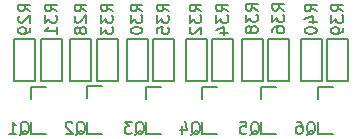
<source format=gbo>
G04 #@! TF.FileFunction,Legend,Bot*
%FSLAX46Y46*%
G04 Gerber Fmt 4.6, Leading zero omitted, Abs format (unit mm)*
G04 Created by KiCad (PCBNEW 4.0.7) date 03/21/18 23:37:41*
%MOMM*%
%LPD*%
G01*
G04 APERTURE LIST*
%ADD10C,0.101600*%
%ADD11C,0.203200*%
%ADD12C,0.150000*%
G04 APERTURE END LIST*
D10*
D11*
X141750000Y-73000000D02*
X141750000Y-72000000D01*
X141750000Y-72000000D02*
X143000000Y-72000000D01*
X141750000Y-75000000D02*
X141750000Y-76000000D01*
X141750000Y-76000000D02*
X143000000Y-76000000D01*
X146550000Y-72950000D02*
X146550000Y-71950000D01*
X146550000Y-71950000D02*
X147800000Y-71950000D01*
X146550000Y-74950000D02*
X146550000Y-75950000D01*
X146550000Y-75950000D02*
X147800000Y-75950000D01*
X151500000Y-73000000D02*
X151500000Y-72000000D01*
X151500000Y-72000000D02*
X152750000Y-72000000D01*
X151500000Y-75000000D02*
X151500000Y-76000000D01*
X151500000Y-76000000D02*
X152750000Y-76000000D01*
X156250000Y-73000000D02*
X156250000Y-72000000D01*
X156250000Y-72000000D02*
X157500000Y-72000000D01*
X156250000Y-75000000D02*
X156250000Y-76000000D01*
X156250000Y-76000000D02*
X157500000Y-76000000D01*
X161250000Y-73000000D02*
X161250000Y-72000000D01*
X161250000Y-72000000D02*
X162500000Y-72000000D01*
X161250000Y-75000000D02*
X161250000Y-76000000D01*
X161250000Y-76000000D02*
X162500000Y-76000000D01*
X166050000Y-73000000D02*
X166050000Y-72000000D01*
X166050000Y-72000000D02*
X167300000Y-72000000D01*
X166050000Y-75000000D02*
X166050000Y-76000000D01*
X166050000Y-76000000D02*
X167300000Y-76000000D01*
X144389000Y-71528000D02*
X144389000Y-67972000D01*
X144389000Y-67972000D02*
X142611000Y-67972000D01*
X142611000Y-67972000D02*
X142611000Y-71528000D01*
X142611000Y-71528000D02*
X144389000Y-71528000D01*
X140361000Y-67972000D02*
X140361000Y-71528000D01*
X140361000Y-71528000D02*
X142139000Y-71528000D01*
X142139000Y-71528000D02*
X142139000Y-67972000D01*
X142139000Y-67972000D02*
X140361000Y-67972000D01*
X149139000Y-71528000D02*
X149139000Y-67972000D01*
X149139000Y-67972000D02*
X147361000Y-67972000D01*
X147361000Y-67972000D02*
X147361000Y-71528000D01*
X147361000Y-71528000D02*
X149139000Y-71528000D01*
X145111000Y-67972000D02*
X145111000Y-71528000D01*
X145111000Y-71528000D02*
X146889000Y-71528000D01*
X146889000Y-71528000D02*
X146889000Y-67972000D01*
X146889000Y-67972000D02*
X145111000Y-67972000D01*
X153889000Y-71528000D02*
X153889000Y-67972000D01*
X153889000Y-67972000D02*
X152111000Y-67972000D01*
X152111000Y-67972000D02*
X152111000Y-71528000D01*
X152111000Y-71528000D02*
X153889000Y-71528000D01*
X149861000Y-67972000D02*
X149861000Y-71528000D01*
X149861000Y-71528000D02*
X151639000Y-71528000D01*
X151639000Y-71528000D02*
X151639000Y-67972000D01*
X151639000Y-67972000D02*
X149861000Y-67972000D01*
X158889000Y-71528000D02*
X158889000Y-67972000D01*
X158889000Y-67972000D02*
X157111000Y-67972000D01*
X157111000Y-67972000D02*
X157111000Y-71528000D01*
X157111000Y-71528000D02*
X158889000Y-71528000D01*
X154861000Y-67972000D02*
X154861000Y-71528000D01*
X154861000Y-71528000D02*
X156639000Y-71528000D01*
X156639000Y-71528000D02*
X156639000Y-67972000D01*
X156639000Y-67972000D02*
X154861000Y-67972000D01*
X163639000Y-71528000D02*
X163639000Y-67972000D01*
X163639000Y-67972000D02*
X161861000Y-67972000D01*
X161861000Y-67972000D02*
X161861000Y-71528000D01*
X161861000Y-71528000D02*
X163639000Y-71528000D01*
X159611000Y-67972000D02*
X159611000Y-71528000D01*
X159611000Y-71528000D02*
X161389000Y-71528000D01*
X161389000Y-71528000D02*
X161389000Y-67972000D01*
X161389000Y-67972000D02*
X159611000Y-67972000D01*
X168639000Y-71528000D02*
X168639000Y-67972000D01*
X168639000Y-67972000D02*
X166861000Y-67972000D01*
X166861000Y-67972000D02*
X166861000Y-71528000D01*
X166861000Y-71528000D02*
X168639000Y-71528000D01*
X164611000Y-67972000D02*
X164611000Y-71528000D01*
X164611000Y-71528000D02*
X166389000Y-71528000D01*
X166389000Y-71528000D02*
X166389000Y-67972000D01*
X166389000Y-67972000D02*
X164611000Y-67972000D01*
D12*
X140845238Y-76047619D02*
X140940476Y-76000000D01*
X141035714Y-75904762D01*
X141178571Y-75761905D01*
X141273810Y-75714286D01*
X141369048Y-75714286D01*
X141321429Y-75952381D02*
X141416667Y-75904762D01*
X141511905Y-75809524D01*
X141559524Y-75619048D01*
X141559524Y-75285714D01*
X141511905Y-75095238D01*
X141416667Y-75000000D01*
X141321429Y-74952381D01*
X141130952Y-74952381D01*
X141035714Y-75000000D01*
X140940476Y-75095238D01*
X140892857Y-75285714D01*
X140892857Y-75619048D01*
X140940476Y-75809524D01*
X141035714Y-75904762D01*
X141130952Y-75952381D01*
X141321429Y-75952381D01*
X139940476Y-75952381D02*
X140511905Y-75952381D01*
X140226191Y-75952381D02*
X140226191Y-74952381D01*
X140321429Y-75095238D01*
X140416667Y-75190476D01*
X140511905Y-75238095D01*
X145595238Y-76047619D02*
X145690476Y-76000000D01*
X145785714Y-75904762D01*
X145928571Y-75761905D01*
X146023810Y-75714286D01*
X146119048Y-75714286D01*
X146071429Y-75952381D02*
X146166667Y-75904762D01*
X146261905Y-75809524D01*
X146309524Y-75619048D01*
X146309524Y-75285714D01*
X146261905Y-75095238D01*
X146166667Y-75000000D01*
X146071429Y-74952381D01*
X145880952Y-74952381D01*
X145785714Y-75000000D01*
X145690476Y-75095238D01*
X145642857Y-75285714D01*
X145642857Y-75619048D01*
X145690476Y-75809524D01*
X145785714Y-75904762D01*
X145880952Y-75952381D01*
X146071429Y-75952381D01*
X145261905Y-75047619D02*
X145214286Y-75000000D01*
X145119048Y-74952381D01*
X144880952Y-74952381D01*
X144785714Y-75000000D01*
X144738095Y-75047619D01*
X144690476Y-75142857D01*
X144690476Y-75238095D01*
X144738095Y-75380952D01*
X145309524Y-75952381D01*
X144690476Y-75952381D01*
X150595238Y-76047619D02*
X150690476Y-76000000D01*
X150785714Y-75904762D01*
X150928571Y-75761905D01*
X151023810Y-75714286D01*
X151119048Y-75714286D01*
X151071429Y-75952381D02*
X151166667Y-75904762D01*
X151261905Y-75809524D01*
X151309524Y-75619048D01*
X151309524Y-75285714D01*
X151261905Y-75095238D01*
X151166667Y-75000000D01*
X151071429Y-74952381D01*
X150880952Y-74952381D01*
X150785714Y-75000000D01*
X150690476Y-75095238D01*
X150642857Y-75285714D01*
X150642857Y-75619048D01*
X150690476Y-75809524D01*
X150785714Y-75904762D01*
X150880952Y-75952381D01*
X151071429Y-75952381D01*
X150309524Y-74952381D02*
X149690476Y-74952381D01*
X150023810Y-75333333D01*
X149880952Y-75333333D01*
X149785714Y-75380952D01*
X149738095Y-75428571D01*
X149690476Y-75523810D01*
X149690476Y-75761905D01*
X149738095Y-75857143D01*
X149785714Y-75904762D01*
X149880952Y-75952381D01*
X150166667Y-75952381D01*
X150261905Y-75904762D01*
X150309524Y-75857143D01*
X155345238Y-76047619D02*
X155440476Y-76000000D01*
X155535714Y-75904762D01*
X155678571Y-75761905D01*
X155773810Y-75714286D01*
X155869048Y-75714286D01*
X155821429Y-75952381D02*
X155916667Y-75904762D01*
X156011905Y-75809524D01*
X156059524Y-75619048D01*
X156059524Y-75285714D01*
X156011905Y-75095238D01*
X155916667Y-75000000D01*
X155821429Y-74952381D01*
X155630952Y-74952381D01*
X155535714Y-75000000D01*
X155440476Y-75095238D01*
X155392857Y-75285714D01*
X155392857Y-75619048D01*
X155440476Y-75809524D01*
X155535714Y-75904762D01*
X155630952Y-75952381D01*
X155821429Y-75952381D01*
X154535714Y-75285714D02*
X154535714Y-75952381D01*
X154773810Y-74904762D02*
X155011905Y-75619048D01*
X154392857Y-75619048D01*
X160345238Y-76047619D02*
X160440476Y-76000000D01*
X160535714Y-75904762D01*
X160678571Y-75761905D01*
X160773810Y-75714286D01*
X160869048Y-75714286D01*
X160821429Y-75952381D02*
X160916667Y-75904762D01*
X161011905Y-75809524D01*
X161059524Y-75619048D01*
X161059524Y-75285714D01*
X161011905Y-75095238D01*
X160916667Y-75000000D01*
X160821429Y-74952381D01*
X160630952Y-74952381D01*
X160535714Y-75000000D01*
X160440476Y-75095238D01*
X160392857Y-75285714D01*
X160392857Y-75619048D01*
X160440476Y-75809524D01*
X160535714Y-75904762D01*
X160630952Y-75952381D01*
X160821429Y-75952381D01*
X159488095Y-74952381D02*
X159964286Y-74952381D01*
X160011905Y-75428571D01*
X159964286Y-75380952D01*
X159869048Y-75333333D01*
X159630952Y-75333333D01*
X159535714Y-75380952D01*
X159488095Y-75428571D01*
X159440476Y-75523810D01*
X159440476Y-75761905D01*
X159488095Y-75857143D01*
X159535714Y-75904762D01*
X159630952Y-75952381D01*
X159869048Y-75952381D01*
X159964286Y-75904762D01*
X160011905Y-75857143D01*
X165095238Y-76047619D02*
X165190476Y-76000000D01*
X165285714Y-75904762D01*
X165428571Y-75761905D01*
X165523810Y-75714286D01*
X165619048Y-75714286D01*
X165571429Y-75952381D02*
X165666667Y-75904762D01*
X165761905Y-75809524D01*
X165809524Y-75619048D01*
X165809524Y-75285714D01*
X165761905Y-75095238D01*
X165666667Y-75000000D01*
X165571429Y-74952381D01*
X165380952Y-74952381D01*
X165285714Y-75000000D01*
X165190476Y-75095238D01*
X165142857Y-75285714D01*
X165142857Y-75619048D01*
X165190476Y-75809524D01*
X165285714Y-75904762D01*
X165380952Y-75952381D01*
X165571429Y-75952381D01*
X164285714Y-74952381D02*
X164476191Y-74952381D01*
X164571429Y-75000000D01*
X164619048Y-75047619D01*
X164714286Y-75190476D01*
X164761905Y-75380952D01*
X164761905Y-75761905D01*
X164714286Y-75857143D01*
X164666667Y-75904762D01*
X164571429Y-75952381D01*
X164380952Y-75952381D01*
X164285714Y-75904762D01*
X164238095Y-75857143D01*
X164190476Y-75761905D01*
X164190476Y-75523810D01*
X164238095Y-75428571D01*
X164285714Y-75380952D01*
X164380952Y-75333333D01*
X164571429Y-75333333D01*
X164666667Y-75380952D01*
X164714286Y-75428571D01*
X164761905Y-75523810D01*
X146452381Y-65607143D02*
X145976190Y-65273809D01*
X146452381Y-65035714D02*
X145452381Y-65035714D01*
X145452381Y-65416667D01*
X145500000Y-65511905D01*
X145547619Y-65559524D01*
X145642857Y-65607143D01*
X145785714Y-65607143D01*
X145880952Y-65559524D01*
X145928571Y-65511905D01*
X145976190Y-65416667D01*
X145976190Y-65035714D01*
X145547619Y-65988095D02*
X145500000Y-66035714D01*
X145452381Y-66130952D01*
X145452381Y-66369048D01*
X145500000Y-66464286D01*
X145547619Y-66511905D01*
X145642857Y-66559524D01*
X145738095Y-66559524D01*
X145880952Y-66511905D01*
X146452381Y-65940476D01*
X146452381Y-66559524D01*
X145880952Y-67130952D02*
X145833333Y-67035714D01*
X145785714Y-66988095D01*
X145690476Y-66940476D01*
X145642857Y-66940476D01*
X145547619Y-66988095D01*
X145500000Y-67035714D01*
X145452381Y-67130952D01*
X145452381Y-67321429D01*
X145500000Y-67416667D01*
X145547619Y-67464286D01*
X145642857Y-67511905D01*
X145690476Y-67511905D01*
X145785714Y-67464286D01*
X145833333Y-67416667D01*
X145880952Y-67321429D01*
X145880952Y-67130952D01*
X145928571Y-67035714D01*
X145976190Y-66988095D01*
X146071429Y-66940476D01*
X146261905Y-66940476D01*
X146357143Y-66988095D01*
X146404762Y-67035714D01*
X146452381Y-67130952D01*
X146452381Y-67321429D01*
X146404762Y-67416667D01*
X146357143Y-67464286D01*
X146261905Y-67511905D01*
X146071429Y-67511905D01*
X145976190Y-67464286D01*
X145928571Y-67416667D01*
X145880952Y-67321429D01*
X141702381Y-65607143D02*
X141226190Y-65273809D01*
X141702381Y-65035714D02*
X140702381Y-65035714D01*
X140702381Y-65416667D01*
X140750000Y-65511905D01*
X140797619Y-65559524D01*
X140892857Y-65607143D01*
X141035714Y-65607143D01*
X141130952Y-65559524D01*
X141178571Y-65511905D01*
X141226190Y-65416667D01*
X141226190Y-65035714D01*
X140797619Y-65988095D02*
X140750000Y-66035714D01*
X140702381Y-66130952D01*
X140702381Y-66369048D01*
X140750000Y-66464286D01*
X140797619Y-66511905D01*
X140892857Y-66559524D01*
X140988095Y-66559524D01*
X141130952Y-66511905D01*
X141702381Y-65940476D01*
X141702381Y-66559524D01*
X141702381Y-67035714D02*
X141702381Y-67226190D01*
X141654762Y-67321429D01*
X141607143Y-67369048D01*
X141464286Y-67464286D01*
X141273810Y-67511905D01*
X140892857Y-67511905D01*
X140797619Y-67464286D01*
X140750000Y-67416667D01*
X140702381Y-67321429D01*
X140702381Y-67130952D01*
X140750000Y-67035714D01*
X140797619Y-66988095D01*
X140892857Y-66940476D01*
X141130952Y-66940476D01*
X141226190Y-66988095D01*
X141273810Y-67035714D01*
X141321429Y-67130952D01*
X141321429Y-67321429D01*
X141273810Y-67416667D01*
X141226190Y-67464286D01*
X141130952Y-67511905D01*
X151202381Y-65607143D02*
X150726190Y-65273809D01*
X151202381Y-65035714D02*
X150202381Y-65035714D01*
X150202381Y-65416667D01*
X150250000Y-65511905D01*
X150297619Y-65559524D01*
X150392857Y-65607143D01*
X150535714Y-65607143D01*
X150630952Y-65559524D01*
X150678571Y-65511905D01*
X150726190Y-65416667D01*
X150726190Y-65035714D01*
X150202381Y-65940476D02*
X150202381Y-66559524D01*
X150583333Y-66226190D01*
X150583333Y-66369048D01*
X150630952Y-66464286D01*
X150678571Y-66511905D01*
X150773810Y-66559524D01*
X151011905Y-66559524D01*
X151107143Y-66511905D01*
X151154762Y-66464286D01*
X151202381Y-66369048D01*
X151202381Y-66083333D01*
X151154762Y-65988095D01*
X151107143Y-65940476D01*
X150202381Y-67178571D02*
X150202381Y-67273810D01*
X150250000Y-67369048D01*
X150297619Y-67416667D01*
X150392857Y-67464286D01*
X150583333Y-67511905D01*
X150821429Y-67511905D01*
X151011905Y-67464286D01*
X151107143Y-67416667D01*
X151154762Y-67369048D01*
X151202381Y-67273810D01*
X151202381Y-67178571D01*
X151154762Y-67083333D01*
X151107143Y-67035714D01*
X151011905Y-66988095D01*
X150821429Y-66940476D01*
X150583333Y-66940476D01*
X150392857Y-66988095D01*
X150297619Y-67035714D01*
X150250000Y-67083333D01*
X150202381Y-67178571D01*
X143952381Y-65607143D02*
X143476190Y-65273809D01*
X143952381Y-65035714D02*
X142952381Y-65035714D01*
X142952381Y-65416667D01*
X143000000Y-65511905D01*
X143047619Y-65559524D01*
X143142857Y-65607143D01*
X143285714Y-65607143D01*
X143380952Y-65559524D01*
X143428571Y-65511905D01*
X143476190Y-65416667D01*
X143476190Y-65035714D01*
X142952381Y-65940476D02*
X142952381Y-66559524D01*
X143333333Y-66226190D01*
X143333333Y-66369048D01*
X143380952Y-66464286D01*
X143428571Y-66511905D01*
X143523810Y-66559524D01*
X143761905Y-66559524D01*
X143857143Y-66511905D01*
X143904762Y-66464286D01*
X143952381Y-66369048D01*
X143952381Y-66083333D01*
X143904762Y-65988095D01*
X143857143Y-65940476D01*
X143952381Y-67511905D02*
X143952381Y-66940476D01*
X143952381Y-67226190D02*
X142952381Y-67226190D01*
X143095238Y-67130952D01*
X143190476Y-67035714D01*
X143238095Y-66940476D01*
X156202381Y-65607143D02*
X155726190Y-65273809D01*
X156202381Y-65035714D02*
X155202381Y-65035714D01*
X155202381Y-65416667D01*
X155250000Y-65511905D01*
X155297619Y-65559524D01*
X155392857Y-65607143D01*
X155535714Y-65607143D01*
X155630952Y-65559524D01*
X155678571Y-65511905D01*
X155726190Y-65416667D01*
X155726190Y-65035714D01*
X155202381Y-65940476D02*
X155202381Y-66559524D01*
X155583333Y-66226190D01*
X155583333Y-66369048D01*
X155630952Y-66464286D01*
X155678571Y-66511905D01*
X155773810Y-66559524D01*
X156011905Y-66559524D01*
X156107143Y-66511905D01*
X156154762Y-66464286D01*
X156202381Y-66369048D01*
X156202381Y-66083333D01*
X156154762Y-65988095D01*
X156107143Y-65940476D01*
X155297619Y-66940476D02*
X155250000Y-66988095D01*
X155202381Y-67083333D01*
X155202381Y-67321429D01*
X155250000Y-67416667D01*
X155297619Y-67464286D01*
X155392857Y-67511905D01*
X155488095Y-67511905D01*
X155630952Y-67464286D01*
X156202381Y-66892857D01*
X156202381Y-67511905D01*
X148702381Y-65607143D02*
X148226190Y-65273809D01*
X148702381Y-65035714D02*
X147702381Y-65035714D01*
X147702381Y-65416667D01*
X147750000Y-65511905D01*
X147797619Y-65559524D01*
X147892857Y-65607143D01*
X148035714Y-65607143D01*
X148130952Y-65559524D01*
X148178571Y-65511905D01*
X148226190Y-65416667D01*
X148226190Y-65035714D01*
X147702381Y-65940476D02*
X147702381Y-66559524D01*
X148083333Y-66226190D01*
X148083333Y-66369048D01*
X148130952Y-66464286D01*
X148178571Y-66511905D01*
X148273810Y-66559524D01*
X148511905Y-66559524D01*
X148607143Y-66511905D01*
X148654762Y-66464286D01*
X148702381Y-66369048D01*
X148702381Y-66083333D01*
X148654762Y-65988095D01*
X148607143Y-65940476D01*
X147702381Y-66892857D02*
X147702381Y-67511905D01*
X148083333Y-67178571D01*
X148083333Y-67321429D01*
X148130952Y-67416667D01*
X148178571Y-67464286D01*
X148273810Y-67511905D01*
X148511905Y-67511905D01*
X148607143Y-67464286D01*
X148654762Y-67416667D01*
X148702381Y-67321429D01*
X148702381Y-67035714D01*
X148654762Y-66940476D01*
X148607143Y-66892857D01*
X158452381Y-65607143D02*
X157976190Y-65273809D01*
X158452381Y-65035714D02*
X157452381Y-65035714D01*
X157452381Y-65416667D01*
X157500000Y-65511905D01*
X157547619Y-65559524D01*
X157642857Y-65607143D01*
X157785714Y-65607143D01*
X157880952Y-65559524D01*
X157928571Y-65511905D01*
X157976190Y-65416667D01*
X157976190Y-65035714D01*
X157452381Y-65940476D02*
X157452381Y-66559524D01*
X157833333Y-66226190D01*
X157833333Y-66369048D01*
X157880952Y-66464286D01*
X157928571Y-66511905D01*
X158023810Y-66559524D01*
X158261905Y-66559524D01*
X158357143Y-66511905D01*
X158404762Y-66464286D01*
X158452381Y-66369048D01*
X158452381Y-66083333D01*
X158404762Y-65988095D01*
X158357143Y-65940476D01*
X157785714Y-67416667D02*
X158452381Y-67416667D01*
X157404762Y-67178571D02*
X158119048Y-66940476D01*
X158119048Y-67559524D01*
X153452381Y-65607143D02*
X152976190Y-65273809D01*
X153452381Y-65035714D02*
X152452381Y-65035714D01*
X152452381Y-65416667D01*
X152500000Y-65511905D01*
X152547619Y-65559524D01*
X152642857Y-65607143D01*
X152785714Y-65607143D01*
X152880952Y-65559524D01*
X152928571Y-65511905D01*
X152976190Y-65416667D01*
X152976190Y-65035714D01*
X152452381Y-65940476D02*
X152452381Y-66559524D01*
X152833333Y-66226190D01*
X152833333Y-66369048D01*
X152880952Y-66464286D01*
X152928571Y-66511905D01*
X153023810Y-66559524D01*
X153261905Y-66559524D01*
X153357143Y-66511905D01*
X153404762Y-66464286D01*
X153452381Y-66369048D01*
X153452381Y-66083333D01*
X153404762Y-65988095D01*
X153357143Y-65940476D01*
X152452381Y-67464286D02*
X152452381Y-66988095D01*
X152928571Y-66940476D01*
X152880952Y-66988095D01*
X152833333Y-67083333D01*
X152833333Y-67321429D01*
X152880952Y-67416667D01*
X152928571Y-67464286D01*
X153023810Y-67511905D01*
X153261905Y-67511905D01*
X153357143Y-67464286D01*
X153404762Y-67416667D01*
X153452381Y-67321429D01*
X153452381Y-67083333D01*
X153404762Y-66988095D01*
X153357143Y-66940476D01*
X163202381Y-65532143D02*
X162726190Y-65198809D01*
X163202381Y-64960714D02*
X162202381Y-64960714D01*
X162202381Y-65341667D01*
X162250000Y-65436905D01*
X162297619Y-65484524D01*
X162392857Y-65532143D01*
X162535714Y-65532143D01*
X162630952Y-65484524D01*
X162678571Y-65436905D01*
X162726190Y-65341667D01*
X162726190Y-64960714D01*
X162202381Y-65865476D02*
X162202381Y-66484524D01*
X162583333Y-66151190D01*
X162583333Y-66294048D01*
X162630952Y-66389286D01*
X162678571Y-66436905D01*
X162773810Y-66484524D01*
X163011905Y-66484524D01*
X163107143Y-66436905D01*
X163154762Y-66389286D01*
X163202381Y-66294048D01*
X163202381Y-66008333D01*
X163154762Y-65913095D01*
X163107143Y-65865476D01*
X162202381Y-67341667D02*
X162202381Y-67151190D01*
X162250000Y-67055952D01*
X162297619Y-67008333D01*
X162440476Y-66913095D01*
X162630952Y-66865476D01*
X163011905Y-66865476D01*
X163107143Y-66913095D01*
X163154762Y-66960714D01*
X163202381Y-67055952D01*
X163202381Y-67246429D01*
X163154762Y-67341667D01*
X163107143Y-67389286D01*
X163011905Y-67436905D01*
X162773810Y-67436905D01*
X162678571Y-67389286D01*
X162630952Y-67341667D01*
X162583333Y-67246429D01*
X162583333Y-67055952D01*
X162630952Y-66960714D01*
X162678571Y-66913095D01*
X162773810Y-66865476D01*
X160952381Y-65532143D02*
X160476190Y-65198809D01*
X160952381Y-64960714D02*
X159952381Y-64960714D01*
X159952381Y-65341667D01*
X160000000Y-65436905D01*
X160047619Y-65484524D01*
X160142857Y-65532143D01*
X160285714Y-65532143D01*
X160380952Y-65484524D01*
X160428571Y-65436905D01*
X160476190Y-65341667D01*
X160476190Y-64960714D01*
X159952381Y-65865476D02*
X159952381Y-66484524D01*
X160333333Y-66151190D01*
X160333333Y-66294048D01*
X160380952Y-66389286D01*
X160428571Y-66436905D01*
X160523810Y-66484524D01*
X160761905Y-66484524D01*
X160857143Y-66436905D01*
X160904762Y-66389286D01*
X160952381Y-66294048D01*
X160952381Y-66008333D01*
X160904762Y-65913095D01*
X160857143Y-65865476D01*
X160380952Y-67055952D02*
X160333333Y-66960714D01*
X160285714Y-66913095D01*
X160190476Y-66865476D01*
X160142857Y-66865476D01*
X160047619Y-66913095D01*
X160000000Y-66960714D01*
X159952381Y-67055952D01*
X159952381Y-67246429D01*
X160000000Y-67341667D01*
X160047619Y-67389286D01*
X160142857Y-67436905D01*
X160190476Y-67436905D01*
X160285714Y-67389286D01*
X160333333Y-67341667D01*
X160380952Y-67246429D01*
X160380952Y-67055952D01*
X160428571Y-66960714D01*
X160476190Y-66913095D01*
X160571429Y-66865476D01*
X160761905Y-66865476D01*
X160857143Y-66913095D01*
X160904762Y-66960714D01*
X160952381Y-67055952D01*
X160952381Y-67246429D01*
X160904762Y-67341667D01*
X160857143Y-67389286D01*
X160761905Y-67436905D01*
X160571429Y-67436905D01*
X160476190Y-67389286D01*
X160428571Y-67341667D01*
X160380952Y-67246429D01*
X168202381Y-65607143D02*
X167726190Y-65273809D01*
X168202381Y-65035714D02*
X167202381Y-65035714D01*
X167202381Y-65416667D01*
X167250000Y-65511905D01*
X167297619Y-65559524D01*
X167392857Y-65607143D01*
X167535714Y-65607143D01*
X167630952Y-65559524D01*
X167678571Y-65511905D01*
X167726190Y-65416667D01*
X167726190Y-65035714D01*
X167202381Y-65940476D02*
X167202381Y-66559524D01*
X167583333Y-66226190D01*
X167583333Y-66369048D01*
X167630952Y-66464286D01*
X167678571Y-66511905D01*
X167773810Y-66559524D01*
X168011905Y-66559524D01*
X168107143Y-66511905D01*
X168154762Y-66464286D01*
X168202381Y-66369048D01*
X168202381Y-66083333D01*
X168154762Y-65988095D01*
X168107143Y-65940476D01*
X168202381Y-67035714D02*
X168202381Y-67226190D01*
X168154762Y-67321429D01*
X168107143Y-67369048D01*
X167964286Y-67464286D01*
X167773810Y-67511905D01*
X167392857Y-67511905D01*
X167297619Y-67464286D01*
X167250000Y-67416667D01*
X167202381Y-67321429D01*
X167202381Y-67130952D01*
X167250000Y-67035714D01*
X167297619Y-66988095D01*
X167392857Y-66940476D01*
X167630952Y-66940476D01*
X167726190Y-66988095D01*
X167773810Y-67035714D01*
X167821429Y-67130952D01*
X167821429Y-67321429D01*
X167773810Y-67416667D01*
X167726190Y-67464286D01*
X167630952Y-67511905D01*
X165952381Y-65607143D02*
X165476190Y-65273809D01*
X165952381Y-65035714D02*
X164952381Y-65035714D01*
X164952381Y-65416667D01*
X165000000Y-65511905D01*
X165047619Y-65559524D01*
X165142857Y-65607143D01*
X165285714Y-65607143D01*
X165380952Y-65559524D01*
X165428571Y-65511905D01*
X165476190Y-65416667D01*
X165476190Y-65035714D01*
X165285714Y-66464286D02*
X165952381Y-66464286D01*
X164904762Y-66226190D02*
X165619048Y-65988095D01*
X165619048Y-66607143D01*
X164952381Y-67178571D02*
X164952381Y-67273810D01*
X165000000Y-67369048D01*
X165047619Y-67416667D01*
X165142857Y-67464286D01*
X165333333Y-67511905D01*
X165571429Y-67511905D01*
X165761905Y-67464286D01*
X165857143Y-67416667D01*
X165904762Y-67369048D01*
X165952381Y-67273810D01*
X165952381Y-67178571D01*
X165904762Y-67083333D01*
X165857143Y-67035714D01*
X165761905Y-66988095D01*
X165571429Y-66940476D01*
X165333333Y-66940476D01*
X165142857Y-66988095D01*
X165047619Y-67035714D01*
X165000000Y-67083333D01*
X164952381Y-67178571D01*
M02*

</source>
